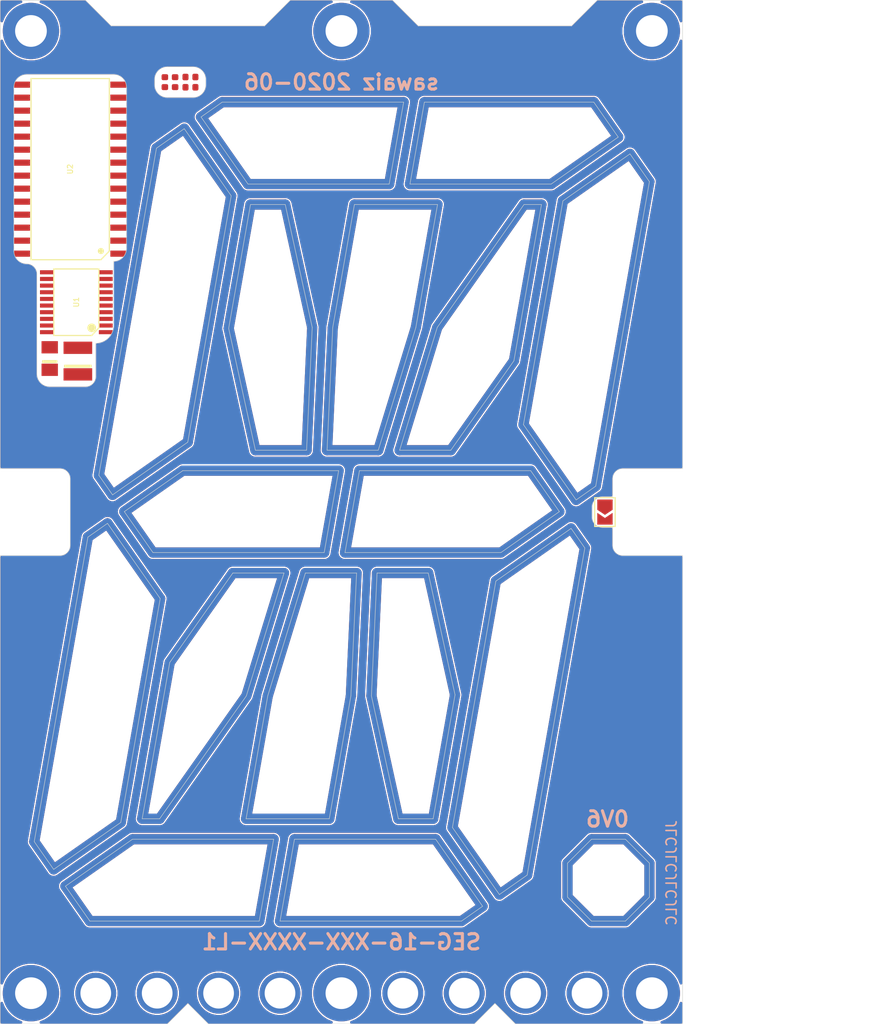
<source format=kicad_pcb>
(kicad_pcb (version 20171130) (host pcbnew "(5.1.2)-2")
  (layers (0 F.Cu signal) (31 B.Cu signal) (34 B.Paste user) (35 F.Paste user) (36 B.SilkS user) (37 F.SilkS user) (38 B.Mask user) (39 F.Mask user) (44 Edge.Cuts user))
  (net 0 "")
  (module Capacitor_SMD:C_0402_1005Metric (layer F.Cu) (at -14.75 -42.5)
    (fp_text reference C6 hide)
    (fp_text value 0u1)
    (pad 2 smd roundrect (at 0.485 0) (size 0.59 0.64) (layers F.Cu F.Paste F.Mask))
    (pad 1 smd roundrect (at -0.485 0) (size 0.59 0.64) (layers F.Cu F.Paste F.Mask))
  )
  (module Capacitor_SMD:C_0402_1005Metric (layer F.Cu) (at -14.75 -41.5)
    (fp_text reference C5 hide)
    (fp_text value 1u)
    (pad 2 smd roundrect (at 0.485 0) (size 0.59 0.64) (layers F.Cu F.Paste F.Mask))
    (pad 1 smd roundrect (at -0.485 0) (size 0.59 0.64) (layers F.Cu F.Paste F.Mask))
  )
  (module Resistor_SMD:R_0402_1005Metric (layer F.Cu) (at -16.25 -42 270)
    (fp_text reference R2 hide)
    (fp_text value 10k)
    (pad 2 smd roundrect (at 0.485 0 270) (size 0.59 0.64) (layers F.Cu F.Paste F.Mask))
    (pad 1 smd roundrect (at -0.485 0 270) (size 0.59 0.64) (layers F.Cu F.Paste F.Mask))
  )
  (module Resistor_SMD:R_0402_1005Metric (layer F.Cu) (at -17.25 -42 270)
    (fp_text reference R1 hide)
    (fp_text value 10k)
    (pad 2 smd roundrect (at 0.485 0 270) (size 0.59 0.64) (layers F.Cu F.Paste F.Mask))
    (pad 1 smd roundrect (at -0.485 0 270) (size 0.59 0.64) (layers F.Cu F.Paste F.Mask))
  )
  (module Jumper:SolderJumper-2_P1.3mm_Open_TrianglePad1.0x1.5mm (layer F.Cu) (at 25.75 0 270)
    (fp_text reference JP1 hide)
    (fp_text value END)
    (fp_line (start -1.4 -1) (end 1.4 -1) (layer F.SilkS) (width 0.12))
    (fp_line (start 1.4 -1) (end 1.4 1) (layer F.SilkS) (width 0.12))
    (fp_line (start 1.4 1) (end -1.4 1) (layer F.SilkS) (width 0.12))
    (fp_line (start -1.4 1) (end -1.4 -1) (layer F.SilkS) (width 0.12))
    (pad 1 smd custom (at -0.725 0 270) (size 0.3 0.3) (layers F.Cu F.Mask) (options (clearance outline) (anchor rect)) (primitives (gr_poly (pts (xy -0.5 -0.75) (xy 0.5 -0.75) (xy 1 0) (xy 0.5 0.75) (xy -0.5 0.75)) (width 0))))
    (pad 2 smd custom (at 0.725 0 270) (size 0.3 0.3) (layers F.Cu F.Mask) (options (clearance outline) (anchor rect)) (primitives (gr_poly (pts (xy -0.65 -0.75) (xy 0.5 -0.75) (xy 0.5 0.75) (xy -0.65 0.75) (xy -0.15 0)) (width 0))))
  )
  (module PTH-UL:PTH-UL-3.0mm (layer F.Cu) (at -24 47)
    (fp_text reference H7 hide)
    (fp_text value 3mm hide)
    (pad 1 thru_hole circle (at 0 0) (size 4 4) (drill 3) (layers *.Cu *.Mask))
  )
  (module PTH-UL:PTH-UL-3.0mm (layer F.Cu) (at 24 47)
    (fp_text reference H8 hide)
    (fp_text value 3mm hide)
    (pad 1 thru_hole circle (at 0 0) (size 4 4) (drill 3) (layers *.Cu *.Mask))
  )
  (module PTH-UL:PTH-UL-3.0mm (layer F.Cu) (at -18 47)
    (fp_text reference H9 hide)
    (fp_text value 3mm hide)
    (pad 1 thru_hole circle (at 0 0) (size 4 4) (drill 3) (layers *.Cu *.Mask))
  )
  (module PTH-UL:PTH-UL-3.0mm (layer F.Cu) (at 18 47)
    (fp_text reference H10 hide)
    (fp_text value 3mm hide)
    (pad 1 thru_hole circle (at 0 0) (size 4 4) (drill 3) (layers *.Cu *.Mask))
  )
  (module PTH-UL:PTH-UL-3.0mm (layer F.Cu) (at -12 47)
    (fp_text reference H11 hide)
    (fp_text value 3mm hide)
    (pad 1 thru_hole circle (at 0 0) (size 4 4) (drill 3) (layers *.Cu *.Mask))
  )
  (module PTH-UL:PTH-UL-3.0mm (layer F.Cu) (at 12 47)
    (fp_text reference H12 hide)
    (fp_text value 3mm hide)
    (pad 1 thru_hole circle (at 0 0) (size 4 4) (drill 3) (layers *.Cu *.Mask))
  )
  (module PTH-UL:PTH-UL-3.0mm (layer F.Cu) (at -6 47)
    (fp_text reference H13 hide)
    (fp_text value 3mm hide)
    (pad 1 thru_hole circle (at 0 0) (size 4 4) (drill 3) (layers *.Cu *.Mask))
  )
  (module PTH-UL:PTH-UL-3.0mm (layer F.Cu) (at 6 47)
    (fp_text reference H14 hide)
    (fp_text value 3mm hide)
    (pad 1 thru_hole circle (at 0 0) (size 4 4) (drill 3) (layers *.Cu *.Mask))
  )
  (module M3:M3-3.1-Tented (layer F.Cu) (at -30.3333 -47)
    (fp_text reference H1 hide)
    (fp_text value M3)
    (pad 1 thru_hole circle (at 0 0) (size 5.5 5.5) (drill 3.1) (layers *.Cu))
  )
  (module M3:M3-3.1-Tented (layer F.Cu) (at 0 -47)
    (fp_text reference H2 hide)
    (fp_text value M3)
    (pad 1 thru_hole circle (at 0 0) (size 5.5 5.5) (drill 3.1) (layers *.Cu))
  )
  (module M3:M3-3.1-Tented (layer F.Cu) (at 30.3333 -47)
    (fp_text reference H3 hide)
    (fp_text value M3)
    (pad 1 thru_hole circle (at 0 0) (size 5.5 5.5) (drill 3.1) (layers *.Cu))
  )
  (module M3:M3-3.1-Tented (layer F.Cu) (at -30.3333 47)
    (fp_text reference H4 hide)
    (fp_text value M3)
    (pad 1 thru_hole circle (at 0 0) (size 5.5 5.5) (drill 3.1) (layers *.Cu))
  )
  (module M3:M3-3.1-Tented (layer F.Cu) (at 0 47)
    (fp_text reference H5 hide)
    (fp_text value M3)
    (pad 1 thru_hole circle (at 0 0) (size 5.5 5.5) (drill 3.1) (layers *.Cu))
  )
  (module M3:M3-3.1-Tented (layer F.Cu) (at 30.3333 47)
    (fp_text reference H6 hide)
    (fp_text value M3)
    (pad 1 thru_hole circle (at 0 0) (size 5.5 5.5) (drill 3.1) (layers *.Cu))
  )
  (module TM1640:SOP28-17.7x7.65 (layer F.Cu) (at -26.5 -33.5 90)
    (fp_text reference U2 (at 0 0 270) (layer F.SilkS) (effects (font (size 0.5 0.5) (thickness 0.1))))
    (fp_text value TM1640)
    (fp_line (start 8.85 3.825) (end 8.85 -3.825) (layer F.SilkS) (width 0.12))
    (fp_line (start 8.85 -3.825) (end -8.85 -3.825) (layer F.SilkS) (width 0.12))
    (fp_line (start -8.85 -3.825) (end -8.85 3) (layer F.SilkS) (width 0.12))
    (fp_line (start -8 3.825) (end 8.85 3.825) (layer F.SilkS) (width 0.12))
    (fp_line (start -8 3.825) (end -8.85 3) (layer F.SilkS) (width 0.12))
    (fp_circle (center -8 3) (end -7.85 3) (layer F.SilkS) (width 0.3))
    (pad 1 smd rect (at -8.255 4.725 90) (size 0.6 1.6) (layers F.Cu F.Paste F.Mask))
    (pad 2 smd rect (at -6.985 4.725 90) (size 0.6 1.6) (layers F.Cu F.Paste F.Mask))
    (pad 3 smd rect (at -5.715 4.725 90) (size 0.6 1.6) (layers F.Cu F.Paste F.Mask))
    (pad 4 smd rect (at -4.445 4.725 90) (size 0.6 1.6) (layers F.Cu F.Paste F.Mask))
    (pad 5 smd rect (at -3.175 4.725 90) (size 0.6 1.6) (layers F.Cu F.Paste F.Mask))
    (pad 6 smd rect (at -1.905 4.725 90) (size 0.6 1.6) (layers F.Cu F.Paste F.Mask))
    (pad 7 smd rect (at -0.635 4.725 90) (size 0.6 1.6) (layers F.Cu F.Paste F.Mask))
    (pad 8 smd rect (at 0.635 4.725 90) (size 0.6 1.6) (layers F.Cu F.Paste F.Mask))
    (pad 10 smd rect (at 3.175 4.725 90) (size 0.6 1.6) (layers F.Cu F.Paste F.Mask))
    (pad 9 smd rect (at 1.905 4.725 90) (size 0.6 1.6) (layers F.Cu F.Paste F.Mask))
    (pad 11 smd rect (at 4.445 4.725 90) (size 0.6 1.6) (layers F.Cu F.Paste F.Mask))
    (pad 12 smd rect (at 5.715 4.725 90) (size 0.6 1.6) (layers F.Cu F.Paste F.Mask))
    (pad 13 smd rect (at 6.985 4.725 90) (size 0.6 1.6) (layers F.Cu F.Paste F.Mask))
    (pad 14 smd rect (at 8.255 4.725 90) (size 0.6 1.6) (layers F.Cu F.Paste F.Mask))
    (pad 15 smd rect (at 8.255 -4.725 90) (size 0.6 1.6) (layers F.Cu F.Paste F.Mask))
    (pad 16 smd rect (at 6.985 -4.725 90) (size 0.6 1.6) (layers F.Cu F.Paste F.Mask))
    (pad 17 smd rect (at 5.715 -4.725 90) (size 0.6 1.6) (layers F.Cu F.Paste F.Mask))
    (pad 18 smd rect (at 4.445 -4.725 90) (size 0.6 1.6) (layers F.Cu F.Paste F.Mask))
    (pad 19 smd rect (at 3.175 -4.725 90) (size 0.6 1.6) (layers F.Cu F.Paste F.Mask))
    (pad 20 smd rect (at 1.905 -4.725 90) (size 0.6 1.6) (layers F.Cu F.Paste F.Mask))
    (pad 21 smd rect (at 0.635 -4.725 90) (size 0.6 1.6) (layers F.Cu F.Paste F.Mask))
    (pad 22 smd rect (at -0.635 -4.725 90) (size 0.6 1.6) (layers F.Cu F.Paste F.Mask))
    (pad 23 smd rect (at -1.905 -4.725 90) (size 0.6 1.6) (layers F.Cu F.Paste F.Mask))
    (pad 24 smd rect (at -3.175 -4.725 90) (size 0.6 1.6) (layers F.Cu F.Paste F.Mask))
    (pad 25 smd rect (at -4.445 -4.725 90) (size 0.6 1.6) (layers F.Cu F.Paste F.Mask))
    (pad 26 smd rect (at -5.715 -4.725 90) (size 0.6 1.6) (layers F.Cu F.Paste F.Mask))
    (pad 27 smd rect (at -6.985 -4.725 90) (size 0.6 1.6) (layers F.Cu F.Paste F.Mask))
    (pad 28 smd rect (at -8.255 -4.725 90) (size 0.6 1.6) (layers F.Cu F.Paste F.Mask))
  )
  (module STM8S003:STM8S003-TSSOP20-6.5x6.4mm (layer F.Cu) (at -25.9 -20.5 90)
    (fp_text reference U1 (at 0 0 90) (layer F.SilkS) (effects (font (size 0.5 0.5) (thickness 0.1))))
    (fp_text value STM8S003)
    (fp_line (start -2.5 2.2) (end -3.25 1.5) (layer F.SilkS) (width 0.12))
    (fp_line (start -2.5 2.2) (end 3.25 2.2) (layer F.SilkS) (width 0.12))
    (fp_line (start -3.25 -2.2) (end -3.25 1.5) (layer F.SilkS) (width 0.12))
    (fp_line (start 3.25 -2.2) (end -3.25 -2.2) (layer F.SilkS) (width 0.12))
    (fp_line (start 3.25 2.2) (end 3.25 -2.2) (layer F.SilkS) (width 0.12))
    (fp_circle (center -2.5 1.5) (end -2.48 1.5) (layer F.SilkS) (width 0.4))
    (pad 20 smd rect (at -2.925 -2.875 90) (size 0.4 1.35) (layers F.Cu F.Paste F.Mask))
    (pad 19 smd rect (at -2.275 -2.875 90) (size 0.4 1.35) (layers F.Cu F.Paste F.Mask))
    (pad 18 smd rect (at -1.625 -2.875 90) (size 0.4 1.35) (layers F.Cu F.Paste F.Mask))
    (pad 17 smd rect (at -0.975 -2.875 90) (size 0.4 1.35) (layers F.Cu F.Paste F.Mask))
    (pad 16 smd rect (at -0.325 -2.875 90) (size 0.4 1.35) (layers F.Cu F.Paste F.Mask))
    (pad 15 smd rect (at 0.325 -2.875 90) (size 0.4 1.35) (layers F.Cu F.Paste F.Mask))
    (pad 14 smd rect (at 0.975 -2.875 90) (size 0.4 1.35) (layers F.Cu F.Paste F.Mask))
    (pad 13 smd rect (at 1.625 -2.875 90) (size 0.4 1.35) (layers F.Cu F.Paste F.Mask))
    (pad 12 smd rect (at 2.275 -2.875 90) (size 0.4 1.35) (layers F.Cu F.Paste F.Mask))
    (pad 11 smd rect (at 2.925 -2.875 90) (size 0.4 1.35) (layers F.Cu F.Paste F.Mask))
    (pad 10 smd rect (at 2.925 2.875 90) (size 0.4 1.35) (layers F.Cu F.Paste F.Mask))
    (pad 9 smd rect (at 2.275 2.875 90) (size 0.4 1.35) (layers F.Cu F.Paste F.Mask))
    (pad 8 smd rect (at 1.625 2.875 90) (size 0.4 1.35) (layers F.Cu F.Paste F.Mask))
    (pad 7 smd rect (at 0.975 2.875 90) (size 0.4 1.35) (layers F.Cu F.Paste F.Mask))
    (pad 6 smd rect (at 0.325 2.875 90) (size 0.4 1.35) (layers F.Cu F.Paste F.Mask))
    (pad 5 smd rect (at -0.325 2.875 90) (size 0.4 1.35) (layers F.Cu F.Paste F.Mask))
    (pad 4 smd rect (at -0.975 2.875 90) (size 0.4 1.35) (layers F.Cu F.Paste F.Mask))
    (pad 3 smd rect (at -1.625 2.875 90) (size 0.4 1.35) (layers F.Cu F.Paste F.Mask))
    (pad 2 smd rect (at -2.275 2.875 90) (size 0.4 1.35) (layers F.Cu F.Paste F.Mask))
    (pad 1 smd rect (at -2.925 2.875 90) (size 0.4 1.35) (layers F.Cu F.Paste F.Mask))
  )
  (module TAJB107K006RNJ:TAJB (layer F.Cu) (at -25.75 -14.75 270)
    (fp_text reference C1 hide)
    (fp_text value 100u)
    (fp_poly (pts (xy 0.6 -1.3) (xy 0.6 1.3) (xy 0.4 1.3) (xy 0.4 -1.3)) (layer F.SilkS) (width 0.1))
    (pad 1 smd rect (at 1.3 0 90) (size 1.2 2.8) (layers F.Cu F.Paste F.Mask))
    (pad 2 smd rect (at -1.3 0 90) (size 1.2 2.8) (layers F.Cu F.Paste F.Mask))
  )
  (module TAJA106K016RNJ:TAJA (layer F.Cu) (at -28.5 -15 270)
    (fp_text reference C2 hide)
    (fp_text value 10u)
    (fp_poly (pts (xy 0.2 -0.7) (xy 0.2 0.7) (xy 0.4 0.7) (xy 0.4 -0.7)) (layer F.SilkS) (width 0.1))
    (pad 1 smd rect (at 1.1 0 90) (size 1.2 1.6) (layers F.Cu F.Paste F.Mask))
    (pad 2 smd rect (at -1.1 0 90) (size 1.2 1.6) (layers F.Cu F.Paste F.Mask))
  )
  (gr_text "sawaiz 2020-06" (at 0 -42) (layer B.SilkS) (effects (font (size 1.5 1.5) (thickness 0.3)) (justify mirror)))
  (gr_text SEG-16-XXX-XXXX-L1 (at 0 42) (layer B.SilkS) (effects (font (size 1.5 1.5) (thickness 0.3)) (justify mirror)))
  (gr_text JLCJLCJLCJLC (at 32.25 35.25 90) (layer B.SilkS) (effects (font (size 1 1)) (justify mirror)))
  (gr_text 0V6 (at 26 30) (layer B.SilkS) (effects (font (size 1.5 1.5) (thickness 0.3)) (justify mirror)))
  (gr_line (start 26.5 -1.5) (end 26.5 -3.25) (layer Edge.Cuts) (width 0.05))
  (gr_line (start 24.5 0.5) (end 24.5 -0.5) (layer Edge.Cuts) (width 0.05))
  (gr_arc (start 25.5 0.5) (end 24.5 0.5) (angle -90) (layer Edge.Cuts) (width 0.05))
  (gr_arc (start 25.5 -0.5) (end 25.5 -1.5) (angle -90) (layer Edge.Cuts) (width 0.05))
  (gr_line (start 26.5 1.5) (end 25.5 1.5) (layer Edge.Cuts) (width 0.05))
  (gr_line (start 26.5 -1.5) (end 25.5 -1.5) (layer Edge.Cuts) (width 0.05))
  (gr_line (start -22.5 -47.5) (end -7.5 -47.5) (layer Edge.Cuts) (width 0.05))
  (gr_line (start -25 -50) (end -22.5 -47.5) (layer Edge.Cuts) (width 0.05))
  (gr_line (start -25 -50) (end -33.333 -50) (layer Edge.Cuts) (width 0.05))
  (gr_line (start -33.3333 -4.25) (end -33.3333 -50) (layer Edge.Cuts) (width 0.05))
  (gr_line (start -27.5 -4.25) (end -33.3333 -4.25) (layer Edge.Cuts) (width 0.05))
  (gr_arc (start -27.5 -3.25) (end -26.5 -3.25) (angle -90) (layer Edge.Cuts) (width 0.05))
  (gr_line (start -26.5 3.25) (end -26.5 -3.25) (layer Edge.Cuts) (width 0.05))
  (gr_arc (start -27.5 3.25) (end -27.5 4.25) (angle -90) (layer Edge.Cuts) (width 0.05))
  (gr_line (start -33.3333 4.25) (end -27.5 4.25) (layer Edge.Cuts) (width 0.05))
  (gr_line (start -33.3333 50) (end -33.3333 4.25) (layer Edge.Cuts) (width 0.05))
  (gr_line (start -33.3333 50) (end -17 50) (layer Edge.Cuts) (width 0.05))
  (gr_line (start -15 48) (end -17 50) (layer Edge.Cuts) (width 0.05))
  (gr_line (start -13 50) (end -15 48) (layer Edge.Cuts) (width 0.05))
  (gr_line (start 13 50) (end -13 50) (layer Edge.Cuts) (width 0.05))
  (gr_line (start 15 48) (end 13 50) (layer Edge.Cuts) (width 0.05))
  (gr_line (start 17 50) (end 15 48) (layer Edge.Cuts) (width 0.05))
  (gr_line (start 33.3333 50) (end 17 50) (layer Edge.Cuts) (width 0.05))
  (gr_line (start 33.3333 50) (end 33.3333 4.25) (layer Edge.Cuts) (width 0.05))
  (gr_line (start 27.5 4.25) (end 33.3333 4.25) (layer Edge.Cuts) (width 0.05))
  (gr_arc (start 27.5 3.25) (end 26.5 3.25) (angle -90) (layer Edge.Cuts) (width 0.05))
  (gr_line (start 26.5 1.5) (end 26.5 3.25) (layer Edge.Cuts) (width 0.05))
  (gr_arc (start 27.5 -3.25) (end 27.5 -4.25) (angle -90) (layer Edge.Cuts) (width 0.05))
  (gr_line (start 33.3333 -4.25) (end 27.5 -4.25) (layer Edge.Cuts) (width 0.05))
  (gr_line (start 33.3333 -4.25) (end 33.3333 -50) (layer Edge.Cuts) (width 0.05))
  (gr_line (start 25 -50) (end 33.3333 -50) (layer Edge.Cuts) (width 0.05))
  (gr_line (start 22.5 -47.5) (end 25 -50) (layer Edge.Cuts) (width 0.05))
  (gr_line (start 7.5 -47.5) (end 22.5 -47.5) (layer Edge.Cuts) (width 0.05))
  (gr_line (start 5 -50) (end 7.5 -47.5) (layer Edge.Cuts) (width 0.05))
  (gr_line (start -5 -50) (end 5 -50) (layer Edge.Cuts) (width 0.05))
  (gr_line (start -7.5 -47.5) (end -5 -50) (layer Edge.Cuts) (width 0.05))
  (gr_arc (start -25 -13.25) (end -25 -12.25) (angle -90) (layer Edge.Cuts) (width 0.05))
  (gr_arc (start -28.5 -13.5) (end -29.75 -13.5) (angle -90) (layer Edge.Cuts) (width 0.05))
  (gr_arc (start -14.5 -41.75) (end -14.5 -40.5) (angle -90) (layer Edge.Cuts) (width 0.05))
  (gr_arc (start -17 -41.75) (end -18.25 -41.75) (angle -90) (layer Edge.Cuts) (width 0.05))
  (gr_arc (start -17 -42.25) (end -17 -43.5) (angle -90) (layer Edge.Cuts) (width 0.05))
  (gr_arc (start -14.5 -42.25) (end -13.25 -42.25) (angle -90) (layer Edge.Cuts) (width 0.05))
  (gr_arc (start -30.75 -23.25) (end -29.75 -23.25) (angle -90) (layer Edge.Cuts) (width 0.05))
  (gr_arc (start -30.75 -25.5) (end -32 -25.5) (angle -90) (layer Edge.Cuts) (width 0.05))
  (gr_arc (start -30.75 -41.5) (end -30.75 -42.75) (angle -90) (layer Edge.Cuts) (width 0.05))
  (gr_arc (start -22.25 -41.5) (end -21 -41.5) (angle -90) (layer Edge.Cuts) (width 0.05))
  (gr_arc (start -22.25 -25.75) (end -22.25 -24.5) (angle -90) (layer Edge.Cuts) (width 0.05))
  (gr_arc (start -24 -18.25) (end -24 -16.5) (angle -90) (layer Edge.Cuts) (width 0.05))
  (gr_line (start 24.4383 31.9587) (end 27.7495 31.9587) (layer Edge.Cuts) (width 0.05))
  (gr_line (start 27.7495 31.9587) (end 30.0951 34.2973) (layer Edge.Cuts) (width 0.05))
  (gr_line (start 22.0927 34.2973) (end 24.4383 31.9587) (layer Edge.Cuts) (width 0.05))
  (gr_line (start -4.5874 31.9587) (end 9.2082 31.9587) (layer Edge.Cuts) (width 0.05))
  (gr_line (start 27.7495 39.9555) (end 24.4383 39.9555) (layer Edge.Cuts) (width 0.05))
  (gr_line (start -13.7155 -38.5956) (end -11.6513 -40.0451) (layer Edge.Cuts) (width 0.05))
  (gr_line (start 30.0951 37.6156) (end 27.7495 39.9555) (layer Edge.Cuts) (width 0.05))
  (gr_line (start -9.1281 -32.0441) (end -13.7155 -38.5956) (layer Edge.Cuts) (width 0.05))
  (gr_line (start 30.0951 34.2973) (end 30.0951 37.6156) (layer Edge.Cuts) (width 0.05))
  (gr_line (start 24.4383 39.9555) (end 22.0927 37.6156) (layer Edge.Cuts) (width 0.05))
  (gr_line (start 11.7327 39.9555) (end -5.9944 39.9555) (layer Edge.Cuts) (width 0.05))
  (gr_line (start 22.0927 37.6156) (end 22.0927 34.2973) (layer Edge.Cuts) (width 0.05))
  (gr_line (start -5.9944 39.9555) (end -4.5874 31.9587) (layer Edge.Cuts) (width 0.05))
  (gr_line (start 13.7957 38.5099) (end 11.7327 39.9555) (layer Edge.Cuts) (width 0.05))
  (gr_line (start 9.2082 31.9587) (end 13.7957 38.5099) (layer Edge.Cuts) (width 0.05))
  (gr_line (start -1.185 29.9592) (end -9.3127 29.9592) (layer Edge.Cuts) (width 0.05))
  (gr_line (start -9.3127 29.9592) (end -7.1961 17.9565) (layer Edge.Cuts) (width 0.05))
  (gr_line (start 0.9261 17.9565) (end -1.185 29.9592) (layer Edge.Cuts) (width 0.05))
  (gr_line (start -7.1961 17.9565) (end -3.5181 5.955) (layer Edge.Cuts) (width 0.05))
  (gr_line (start -22.8547 1.1032) (end -17.705 8.4534) (layer Edge.Cuts) (width 0.05))
  (gr_line (start -18.0702 -35.5472) (end -15.3554 -37.4518) (layer Edge.Cuts) (width 0.05))
  (gr_line (start -15.4987 -4.0452) (end -0.2686 -4.0452) (layer Edge.Cuts) (width 0.05))
  (gr_line (start -18.4146 3.9554) (end -21.2134 -0.0447) (layer Edge.Cuts) (width 0.05))
  (gr_line (start -8.4032 -6.0405) (end -11.016 -17.9468) (layer Edge.Cuts) (width 0.05))
  (gr_line (start 18.4947 -4.0452) (end 21.295 -0.0447) (layer Edge.Cuts) (width 0.05))
  (gr_line (start 3.4822 5.955) (end 8.4832 5.955) (layer Edge.Cuts) (width 0.05))
  (gr_line (start 22.4426 1.595) (end 23.7864 3.5106) (layer Edge.Cuts) (width 0.05))
  (gr_line (start 30.0951 -32.2759) (end 24.8503 -2.5321) (layer Edge.Cuts) (width 0.05))
  (gr_line (start 15.4368 37.362) (end 10.8479 30.8108) (layer Edge.Cuts) (width 0.05))
  (gr_line (start -15.0123 -6.829) (end -22.3613 -1.6805) (layer Edge.Cuts) (width 0.05))
  (gr_line (start -30.0136 32.1916) (end -24.77018 2.4466) (layer Edge.Cuts) (width 0.05))
  (gr_line (start 17.8389 -30.0435) (end 19.5474 -30.0435) (layer Edge.Cuts) (width 0.05))
  (gr_line (start 9.3666 -18.042) (end 17.8389 -30.0435) (layer Edge.Cuts) (width 0.05))
  (gr_line (start 5.6885 -6.0405) (end 9.3666 -18.042) (layer Edge.Cuts) (width 0.05))
  (gr_line (start 10.6895 -6.0405) (end 5.6885 -6.0405) (layer Edge.Cuts) (width 0.05))
  (gr_line (start 16.855 -14.7774) (end 10.6895 -6.0405) (layer Edge.Cuts) (width 0.05))
  (gr_line (start 19.5474 -30.0435) (end 16.855 -14.7774) (layer Edge.Cuts) (width 0.05))
  (gr_line (start 0.3501 3.9554) (end 1.7626 -4.0452) (layer Edge.Cuts) (width 0.05))
  (gr_line (start 8.4832 5.955) (end 11.1029 17.8559) (layer Edge.Cuts) (width 0.05))
  (gr_line (start -0.2686 -4.0452) (end -1.6825 3.9554) (layer Edge.Cuts) (width 0.05))
  (gr_line (start 5.5675 29.9592) (end 2.9326 17.9579) (layer Edge.Cuts) (width 0.05))
  (gr_line (start 1.2706 -30.0435) (end 9.3927 -30.0435) (layer Edge.Cuts) (width 0.05))
  (gr_line (start -24.77018 2.4466) (end -22.8547 1.1032) (layer Edge.Cuts) (width 0.05))
  (gr_line (start 22.9348 -1.1874) (end 17.7863 -8.5431) (layer Edge.Cuts) (width 0.05))
  (gr_line (start -21.2134 -0.0447) (end -15.4987 -4.0452) (layer Edge.Cuts) (width 0.05))
  (gr_line (start 21.295 -0.0447) (end 15.5843 3.9554) (layer Edge.Cuts) (width 0.05))
  (gr_line (start -28.11466 34.9063) (end -30.0136 32.1916) (layer Edge.Cuts) (width 0.05))
  (gr_line (start -17.705 8.4534) (end -21.558 30.3188) (layer Edge.Cuts) (width 0.05))
  (gr_line (start -23.70081 -3.5961) (end -18.0702 -35.5472) (layer Edge.Cuts) (width 0.05))
  (gr_line (start 15.5843 3.9554) (end 0.3501 3.9554) (layer Edge.Cuts) (width 0.05))
  (gr_line (start -11.016 -17.9468) (end -8.8841 -30.0435) (layer Edge.Cuts) (width 0.05))
  (gr_line (start 23.7864 3.5106) (end 18.1514 35.4617) (layer Edge.Cuts) (width 0.05))
  (gr_line (start 24.8503 -2.5321) (end 22.9348 -1.1874) (layer Edge.Cuts) (width 0.05))
  (gr_line (start 10.8479 30.8108) (end 15.0925 6.7434) (layer Edge.Cuts) (width 0.05))
  (gr_line (start -15.3554 -37.4518) (end -10.7679 -30.8951) (layer Edge.Cuts) (width 0.05))
  (gr_line (start 15.0925 6.7434) (end 22.4426 1.595) (layer Edge.Cuts) (width 0.05))
  (gr_line (start -1.6825 3.9554) (end -18.4146 3.9554) (layer Edge.Cuts) (width 0.05))
  (gr_line (start 1.7626 -4.0452) (end 18.4947 -4.0452) (layer Edge.Cuts) (width 0.05))
  (gr_line (start 21.6436 -30.403) (end 28.1947 -34.9919) (layer Edge.Cuts) (width 0.05))
  (gr_line (start -10.7679 -30.8951) (end -15.0123 -6.829) (layer Edge.Cuts) (width 0.05))
  (gr_line (start -8.8841 -30.0435) (end -5.4873 -30.0435) (layer Edge.Cuts) (width 0.05))
  (gr_line (start 3.5994 -6.0405) (end -1.4014 -6.0405) (layer Edge.Cuts) (width 0.05))
  (gr_line (start 18.1514 35.4617) (end 15.4368 37.362) (layer Edge.Cuts) (width 0.05))
  (gr_line (start -21.558 30.3188) (end -28.11466 34.9063) (layer Edge.Cuts) (width 0.05))
  (gr_line (start 2.9326 17.9579) (end 3.4822 5.955) (layer Edge.Cuts) (width 0.05))
  (gr_line (start 17.7863 -8.5431) (end 21.6436 -30.403) (layer Edge.Cuts) (width 0.05))
  (gr_line (start 8.9641 29.9592) (end 5.5675 29.9592) (layer Edge.Cuts) (width 0.05))
  (gr_line (start 11.1029 17.8559) (end 8.9641 29.9592) (layer Edge.Cuts) (width 0.05))
  (gr_line (start -3.4023 -6.0405) (end -8.4032 -6.0405) (layer Edge.Cuts) (width 0.05))
  (gr_line (start -3.5181 5.955) (end 1.4828 5.955) (layer Edge.Cuts) (width 0.05))
  (gr_line (start -0.8461 -18.042) (end 1.2706 -30.0435) (layer Edge.Cuts) (width 0.05))
  (gr_line (start 9.3927 -30.0435) (end 7.276 -18.042) (layer Edge.Cuts) (width 0.05))
  (gr_line (start -22.3613 -1.6805) (end -23.70081 -3.5961) (layer Edge.Cuts) (width 0.05))
  (gr_line (start -1.4014 -6.0405) (end -0.8461 -18.042) (layer Edge.Cuts) (width 0.05))
  (gr_line (start 28.1947 -34.9919) (end 30.0951 -32.2759) (layer Edge.Cuts) (width 0.05))
  (gr_line (start -2.8511 -18.042) (end -3.4023 -6.0405) (layer Edge.Cuts) (width 0.05))
  (gr_line (start -5.4873 -30.0435) (end -2.8511 -18.042) (layer Edge.Cuts) (width 0.05))
  (gr_line (start 1.4828 5.955) (end 0.9261 17.9565) (layer Edge.Cuts) (width 0.05))
  (gr_line (start 7.276 -18.042) (end 3.5994 -6.0405) (layer Edge.Cuts) (width 0.05))
  (gr_line (start -19.4675 29.9592) (end -16.7734 14.6919) (layer Edge.Cuts) (width 0.05))
  (gr_line (start -8.027 39.9555) (end -24.57863 39.9555) (layer Edge.Cuts) (width 0.05))
  (gr_line (start -17.7587 29.9592) (end -19.4675 29.9592) (layer Edge.Cuts) (width 0.05))
  (gr_line (start -6.6186 31.9587) (end -8.027 39.9555) (layer Edge.Cuts) (width 0.05))
  (gr_line (start -20.4142 31.9587) (end -6.6186 31.9587) (layer Edge.Cuts) (width 0.05))
  (gr_line (start 24.6602 -40.0451) (end 27.0467 -36.6316) (layer Edge.Cuts) (width 0.05))
  (gr_line (start 8.1072 -40.0451) (end 24.6602 -40.0451) (layer Edge.Cuts) (width 0.05))
  (gr_line (start 6.6999 -32.0441) (end 8.1072 -40.0451) (layer Edge.Cuts) (width 0.05))
  (gr_line (start -9.2865 17.9565) (end -17.7587 29.9592) (layer Edge.Cuts) (width 0.05))
  (gr_line (start -10.6094 5.955) (end -5.6086 5.955) (layer Edge.Cuts) (width 0.05))
  (gr_line (start -5.6086 5.955) (end -9.2865 17.9565) (layer Edge.Cuts) (width 0.05))
  (gr_line (start 4.6676 -32.0441) (end -9.1281 -32.0441) (layer Edge.Cuts) (width 0.05))
  (gr_line (start 6.0815 -40.0451) (end 4.6676 -32.0441) (layer Edge.Cuts) (width 0.05))
  (gr_line (start -11.6513 -40.0451) (end 6.0815 -40.0451) (layer Edge.Cuts) (width 0.05))
  (gr_line (start -26.96538 36.5462) (end -20.4142 31.9587) (layer Edge.Cuts) (width 0.05))
  (gr_line (start 27.0467 -36.6316) (end 20.4956 -32.0441) (layer Edge.Cuts) (width 0.05))
  (gr_line (start 20.4956 -32.0441) (end 6.6999 -32.0441) (layer Edge.Cuts) (width 0.05))
  (gr_line (start -16.7734 14.6919) (end -10.6094 5.955) (layer Edge.Cuts) (width 0.05))
  (gr_line (start -24.57863 39.9555) (end -26.96538 36.5462) (layer Edge.Cuts) (width 0.05))
  (gr_line (start -14.5 -43.5) (end -17 -43.5) (layer Edge.Cuts) (width 0.05))
  (gr_line (start -13.25 -41.75) (end -13.25 -42.25) (layer Edge.Cuts) (width 0.05))
  (gr_line (start -17 -40.5) (end -14.5 -40.5) (layer Edge.Cuts) (width 0.05))
  (gr_line (start -18.25 -42.25) (end -18.25 -41.75) (layer Edge.Cuts) (width 0.05))
  (gr_line (start -28.5 -12.25) (end -25 -12.25) (layer Edge.Cuts) (width 0.05))
  (gr_line (start -24 -13.25) (end -24 -16.5) (layer Edge.Cuts) (width 0.05))
  (gr_line (start -22.25 -42.75) (end -30.75 -42.75) (layer Edge.Cuts) (width 0.05))
  (gr_line (start -21 -25.75) (end -21 -41.5) (layer Edge.Cuts) (width 0.05))
  (gr_line (start -22.25 -18.25) (end -22.25 -24.5) (layer Edge.Cuts) (width 0.05))
  (gr_line (start -29.75 -23.25) (end -29.75 -13.5) (layer Edge.Cuts) (width 0.05))
  (gr_line (start -32 -41.5) (end -32 -25.5) (layer Edge.Cuts) (width 0.05))
  (gr_line (start -5.6086 5.955) (end -9.2865 17.9565) (layer F.Cu) (width 1))
  (gr_line (start -10.6094 5.955) (end -5.6086 5.955) (layer F.Cu) (width 1))
  (gr_line (start -9.2865 17.9565) (end -17.7587 29.9592) (layer F.Cu) (width 1))
  (gr_line (start 6.6999 -32.0441) (end 8.1072 -40.0451) (layer F.Cu) (width 1))
  (gr_line (start 8.1072 -40.0451) (end 24.6602 -40.0451) (layer F.Cu) (width 1))
  (gr_line (start 24.6602 -40.0451) (end 27.0467 -36.6316) (layer F.Cu) (width 1))
  (gr_line (start -19.4675 29.9592) (end -16.7734 14.6919) (layer F.Cu) (width 1))
  (gr_line (start 17.7863 -8.5431) (end 21.6436 -30.403) (layer F.Cu) (width 1))
  (gr_line (start 11.1029 17.8559) (end 8.9641 29.9592) (layer F.Cu) (width 1))
  (gr_line (start -0.8461 -18.042) (end 1.2706 -30.0435) (layer F.Cu) (width 1))
  (gr_line (start -20.4142 31.9587) (end -6.6186 31.9587) (layer F.Cu) (width 1))
  (gr_line (start 2.9326 17.9579) (end 3.4822 5.955) (layer F.Cu) (width 1))
  (gr_line (start -6.6186 31.9587) (end -8.027 39.9555) (layer F.Cu) (width 1))
  (gr_line (start -17.7587 29.9592) (end -19.4675 29.9592) (layer F.Cu) (width 1))
  (gr_line (start -8.027 39.9555) (end -24.57863 39.9555) (layer F.Cu) (width 1))
  (gr_line (start 7.276 -18.042) (end 3.5994 -6.0405) (layer F.Cu) (width 1))
  (gr_line (start -2.8511 -18.042) (end -3.4023 -6.0405) (layer F.Cu) (width 1))
  (gr_line (start 18.1514 35.4617) (end 15.4368 37.362) (layer F.Cu) (width 1))
  (gr_line (start 1.4828 5.955) (end 0.9261 17.9565) (layer F.Cu) (width 1))
  (gr_line (start -5.4873 -30.0435) (end -2.8511 -18.042) (layer F.Cu) (width 1))
  (gr_line (start 28.1947 -34.9919) (end 30.0951 -32.2759) (layer F.Cu) (width 1))
  (gr_line (start -1.4014 -6.0405) (end -0.8461 -18.042) (layer F.Cu) (width 1))
  (gr_line (start -22.3613 -1.6805) (end -23.70081 -3.5961) (layer F.Cu) (width 1))
  (gr_line (start -3.5181 5.955) (end 1.4828 5.955) (layer F.Cu) (width 1))
  (gr_line (start -21.558 30.3188) (end -28.11466 34.9063) (layer F.Cu) (width 1))
  (gr_line (start 9.3927 -30.0435) (end 7.276 -18.042) (layer F.Cu) (width 1))
  (gr_line (start 8.9641 29.9592) (end 5.5675 29.9592) (layer F.Cu) (width 1))
  (gr_line (start -3.4023 -6.0405) (end -8.4032 -6.0405) (layer F.Cu) (width 1))
  (gr_line (start 15.5843 3.9554) (end 0.3501 3.9554) (layer F.Cu) (width 1))
  (gr_line (start -24.77018 2.4466) (end -22.8547 1.1032) (layer F.Cu) (width 1))
  (gr_line (start -23.70081 -3.5961) (end -18.0702 -35.5472) (layer F.Cu) (width 1))
  (gr_line (start -28.11466 34.9063) (end -30.0136 32.1916) (layer F.Cu) (width 1))
  (gr_line (start 13.7957 38.5099) (end 11.7327 39.9555) (layer F.Cu) (width 1))
  (gr_line (start -4.5874 31.9587) (end 9.2082 31.9587) (layer F.Cu) (width 1))
  (gr_line (start -7.1961 17.9565) (end -3.5181 5.955) (layer F.Cu) (width 1))
  (gr_line (start 21.295 -0.0447) (end 15.5843 3.9554) (layer F.Cu) (width 1))
  (gr_line (start 5.5675 29.9592) (end 2.9326 17.9579) (layer F.Cu) (width 1))
  (gr_line (start 19.5474 -30.0435) (end 16.855 -14.7774) (layer F.Cu) (width 1))
  (gr_line (start 9.3666 -18.042) (end 17.8389 -30.0435) (layer F.Cu) (width 1))
  (gr_line (start 8.4832 5.955) (end 11.1029 17.8559) (layer F.Cu) (width 1))
  (gr_line (start 30.0951 34.2973) (end 30.0951 37.6156) (layer F.Cu) (width 1))
  (gr_line (start 22.0927 34.2973) (end 24.4383 31.9587) (layer F.Cu) (width 1))
  (gr_line (start -30.0136 32.1916) (end -24.77018 2.4466) (layer F.Cu) (width 1))
  (gr_line (start 30.0951 37.6156) (end 27.7495 39.9555) (layer F.Cu) (width 1))
  (gr_line (start 0.3501 3.9554) (end 1.7626 -4.0452) (layer F.Cu) (width 1))
  (gr_line (start 10.6895 -6.0405) (end 5.6885 -6.0405) (layer F.Cu) (width 1))
  (gr_line (start 5.6885 -6.0405) (end 9.3666 -18.042) (layer F.Cu) (width 1))
  (gr_line (start 11.7327 39.9555) (end -5.9944 39.9555) (layer F.Cu) (width 1))
  (gr_line (start 17.8389 -30.0435) (end 19.5474 -30.0435) (layer F.Cu) (width 1))
  (gr_line (start 15.4368 37.362) (end 10.8479 30.8108) (layer F.Cu) (width 1))
  (gr_line (start 30.0951 -32.2759) (end 24.8503 -2.5321) (layer F.Cu) (width 1))
  (gr_line (start -8.4032 -6.0405) (end -11.016 -17.9468) (layer F.Cu) (width 1))
  (gr_line (start 24.4383 31.9587) (end 27.7495 31.9587) (layer F.Cu) (width 1))
  (gr_line (start -5.9944 39.9555) (end -4.5874 31.9587) (layer F.Cu) (width 1))
  (gr_line (start 22.4426 1.595) (end 23.7864 3.5106) (layer F.Cu) (width 1))
  (gr_line (start -18.0702 -35.5472) (end -15.3554 -37.4518) (layer F.Cu) (width 1))
  (gr_line (start 3.4822 5.955) (end 8.4832 5.955) (layer F.Cu) (width 1))
  (gr_line (start -15.4987 -4.0452) (end -0.2686 -4.0452) (layer F.Cu) (width 1))
  (gr_line (start 22.0927 37.6156) (end 22.0927 34.2973) (layer F.Cu) (width 1))
  (gr_line (start -18.4146 3.9554) (end -21.2134 -0.0447) (layer F.Cu) (width 1))
  (gr_line (start 0.9261 17.9565) (end -1.185 29.9592) (layer F.Cu) (width 1))
  (gr_line (start -9.3127 29.9592) (end -7.1961 17.9565) (layer F.Cu) (width 1))
  (gr_line (start -13.7155 -38.5956) (end -11.6513 -40.0451) (layer F.Cu) (width 1))
  (gr_line (start 24.4383 39.9555) (end 22.0927 37.6156) (layer F.Cu) (width 1))
  (gr_line (start 27.7495 31.9587) (end 30.0951 34.2973) (layer F.Cu) (width 1))
  (gr_line (start -9.1281 -32.0441) (end -13.7155 -38.5956) (layer F.Cu) (width 1))
  (gr_line (start 9.2082 31.9587) (end 13.7957 38.5099) (layer F.Cu) (width 1))
  (gr_line (start -1.185 29.9592) (end -9.3127 29.9592) (layer F.Cu) (width 1))
  (gr_line (start 27.7495 39.9555) (end 24.4383 39.9555) (layer F.Cu) (width 1))
  (gr_line (start -21.2134 -0.0447) (end -15.4987 -4.0452) (layer F.Cu) (width 1))
  (gr_line (start -15.0123 -6.829) (end -22.3613 -1.6805) (layer F.Cu) (width 1))
  (gr_line (start -1.6825 3.9554) (end -18.4146 3.9554) (layer F.Cu) (width 1))
  (gr_line (start 18.4947 -4.0452) (end 21.295 -0.0447) (layer F.Cu) (width 1))
  (gr_line (start 16.855 -14.7774) (end 10.6895 -6.0405) (layer F.Cu) (width 1))
  (gr_line (start 10.8479 30.8108) (end 15.0925 6.7434) (layer F.Cu) (width 1))
  (gr_line (start 3.5994 -6.0405) (end -1.4014 -6.0405) (layer F.Cu) (width 1))
  (gr_line (start -17.705 8.4534) (end -21.558 30.3188) (layer F.Cu) (width 1))
  (gr_line (start -22.8547 1.1032) (end -17.705 8.4534) (layer F.Cu) (width 1))
  (gr_line (start 23.7864 3.5106) (end 18.1514 35.4617) (layer F.Cu) (width 1))
  (gr_line (start -8.8841 -30.0435) (end -5.4873 -30.0435) (layer F.Cu) (width 1))
  (gr_line (start 1.2706 -30.0435) (end 9.3927 -30.0435) (layer F.Cu) (width 1))
  (gr_line (start -10.7679 -30.8951) (end -15.0123 -6.829) (layer F.Cu) (width 1))
  (gr_line (start 21.6436 -30.403) (end 28.1947 -34.9919) (layer F.Cu) (width 1))
  (gr_line (start 1.7626 -4.0452) (end 18.4947 -4.0452) (layer F.Cu) (width 1))
  (gr_line (start 15.0925 6.7434) (end 22.4426 1.595) (layer F.Cu) (width 1))
  (gr_line (start -15.3554 -37.4518) (end -10.7679 -30.8951) (layer F.Cu) (width 1))
  (gr_line (start -0.2686 -4.0452) (end -1.6825 3.9554) (layer F.Cu) (width 1))
  (gr_line (start 24.8503 -2.5321) (end 22.9348 -1.1874) (layer F.Cu) (width 1))
  (gr_line (start 22.9348 -1.1874) (end 17.7863 -8.5431) (layer F.Cu) (width 1))
  (gr_line (start -11.016 -17.9468) (end -8.8841 -30.0435) (layer F.Cu) (width 1))
  (gr_line (start 6.0815 -40.0451) (end 4.6676 -32.0441) (layer F.Cu) (width 1))
  (gr_line (start 4.6676 -32.0441) (end -9.1281 -32.0441) (layer F.Cu) (width 1))
  (gr_line (start 20.4956 -32.0441) (end 6.6999 -32.0441) (layer F.Cu) (width 1))
  (gr_line (start 27.0467 -36.6316) (end 20.4956 -32.0441) (layer F.Cu) (width 1))
  (gr_line (start -16.7734 14.6919) (end -10.6094 5.955) (layer F.Cu) (width 1))
  (gr_line (start -26.96538 36.5462) (end -20.4142 31.9587) (layer F.Cu) (width 1))
  (gr_line (start -24.57863 39.9555) (end -26.96538 36.5462) (layer F.Cu) (width 1))
  (gr_line (start -11.6513 -40.0451) (end 6.0815 -40.0451) (layer F.Cu) (width 1))
  (gr_line (start -5.6086 5.955) (end -9.2865 17.9565) (layer B.Cu) (width 1))
  (gr_line (start -10.6094 5.955) (end -5.6086 5.955) (layer B.Cu) (width 1))
  (gr_line (start -9.2865 17.9565) (end -17.7587 29.9592) (layer B.Cu) (width 1))
  (gr_line (start 6.6999 -32.0441) (end 8.1072 -40.0451) (layer B.Cu) (width 1))
  (gr_line (start 8.1072 -40.0451) (end 24.6602 -40.0451) (layer B.Cu) (width 1))
  (gr_line (start 24.6602 -40.0451) (end 27.0467 -36.6316) (layer B.Cu) (width 1))
  (gr_line (start -19.4675 29.9592) (end -16.7734 14.6919) (layer B.Cu) (width 1))
  (gr_line (start 17.7863 -8.5431) (end 21.6436 -30.403) (layer B.Cu) (width 1))
  (gr_line (start 11.1029 17.8559) (end 8.9641 29.9592) (layer B.Cu) (width 1))
  (gr_line (start -0.8461 -18.042) (end 1.2706 -30.0435) (layer B.Cu) (width 1))
  (gr_line (start -20.4142 31.9587) (end -6.6186 31.9587) (layer B.Cu) (width 1))
  (gr_line (start 2.9326 17.9579) (end 3.4822 5.955) (layer B.Cu) (width 1))
  (gr_line (start -6.6186 31.9587) (end -8.027 39.9555) (layer B.Cu) (width 1))
  (gr_line (start -17.7587 29.9592) (end -19.4675 29.9592) (layer B.Cu) (width 1))
  (gr_line (start -8.027 39.9555) (end -24.57863 39.9555) (layer B.Cu) (width 1))
  (gr_line (start 7.276 -18.042) (end 3.5994 -6.0405) (layer B.Cu) (width 1))
  (gr_line (start -2.8511 -18.042) (end -3.4023 -6.0405) (layer B.Cu) (width 1))
  (gr_line (start 18.1514 35.4617) (end 15.4368 37.362) (layer B.Cu) (width 1))
  (gr_line (start 1.4828 5.955) (end 0.9261 17.9565) (layer B.Cu) (width 1))
  (gr_line (start -5.4873 -30.0435) (end -2.8511 -18.042) (layer B.Cu) (width 1))
  (gr_line (start 28.1947 -34.9919) (end 30.0951 -32.2759) (layer B.Cu) (width 1))
  (gr_line (start -1.4014 -6.0405) (end -0.8461 -18.042) (layer B.Cu) (width 1))
  (gr_line (start -22.3613 -1.6805) (end -23.70081 -3.5961) (layer B.Cu) (width 1))
  (gr_line (start -3.5181 5.955) (end 1.4828 5.955) (layer B.Cu) (width 1))
  (gr_line (start -21.558 30.3188) (end -28.11466 34.9063) (layer B.Cu) (width 1))
  (gr_line (start 9.3927 -30.0435) (end 7.276 -18.042) (layer B.Cu) (width 1))
  (gr_line (start 8.9641 29.9592) (end 5.5675 29.9592) (layer B.Cu) (width 1))
  (gr_line (start -3.4023 -6.0405) (end -8.4032 -6.0405) (layer B.Cu) (width 1))
  (gr_line (start 15.5843 3.9554) (end 0.3501 3.9554) (layer B.Cu) (width 1))
  (gr_line (start -24.77018 2.4466) (end -22.8547 1.1032) (layer B.Cu) (width 1))
  (gr_line (start -23.70081 -3.5961) (end -18.0702 -35.5472) (layer B.Cu) (width 1))
  (gr_line (start -28.11466 34.9063) (end -30.0136 32.1916) (layer B.Cu) (width 1))
  (gr_line (start 13.7957 38.5099) (end 11.7327 39.9555) (layer B.Cu) (width 1))
  (gr_line (start -4.5874 31.9587) (end 9.2082 31.9587) (layer B.Cu) (width 1))
  (gr_line (start -7.1961 17.9565) (end -3.5181 5.955) (layer B.Cu) (width 1))
  (gr_line (start 21.295 -0.0447) (end 15.5843 3.9554) (layer B.Cu) (width 1))
  (gr_line (start 5.5675 29.9592) (end 2.9326 17.9579) (layer B.Cu) (width 1))
  (gr_line (start 19.5474 -30.0435) (end 16.855 -14.7774) (layer B.Cu) (width 1))
  (gr_line (start 9.3666 -18.042) (end 17.8389 -30.0435) (layer B.Cu) (width 1))
  (gr_line (start 8.4832 5.955) (end 11.1029 17.8559) (layer B.Cu) (width 1))
  (gr_line (start 30.0951 34.2973) (end 30.0951 37.6156) (layer B.Cu) (width 1))
  (gr_line (start 22.0927 34.2973) (end 24.4383 31.9587) (layer B.Cu) (width 1))
  (gr_line (start -30.0136 32.1916) (end -24.77018 2.4466) (layer B.Cu) (width 1))
  (gr_line (start 30.0951 37.6156) (end 27.7495 39.9555) (layer B.Cu) (width 1))
  (gr_line (start 0.3501 3.9554) (end 1.7626 -4.0452) (layer B.Cu) (width 1))
  (gr_line (start 10.6895 -6.0405) (end 5.6885 -6.0405) (layer B.Cu) (width 1))
  (gr_line (start 5.6885 -6.0405) (end 9.3666 -18.042) (layer B.Cu) (width 1))
  (gr_line (start 11.7327 39.9555) (end -5.9944 39.9555) (layer B.Cu) (width 1))
  (gr_line (start 17.8389 -30.0435) (end 19.5474 -30.0435) (layer B.Cu) (width 1))
  (gr_line (start 15.4368 37.362) (end 10.8479 30.8108) (layer B.Cu) (width 1))
  (gr_line (start 30.0951 -32.2759) (end 24.8503 -2.5321) (layer B.Cu) (width 1))
  (gr_line (start -8.4032 -6.0405) (end -11.016 -17.9468) (layer B.Cu) (width 1))
  (gr_line (start 24.4383 31.9587) (end 27.7495 31.9587) (layer B.Cu) (width 1))
  (gr_line (start -5.9944 39.9555) (end -4.5874 31.9587) (layer B.Cu) (width 1))
  (gr_line (start 22.4426 1.595) (end 23.7864 3.5106) (layer B.Cu) (width 1))
  (gr_line (start -18.0702 -35.5472) (end -15.3554 -37.4518) (layer B.Cu) (width 1))
  (gr_line (start 3.4822 5.955) (end 8.4832 5.955) (layer B.Cu) (width 1))
  (gr_line (start -15.4987 -4.0452) (end -0.2686 -4.0452) (layer B.Cu) (width 1))
  (gr_line (start 22.0927 37.6156) (end 22.0927 34.2973) (layer B.Cu) (width 1))
  (gr_line (start -18.4146 3.9554) (end -21.2134 -0.0447) (layer B.Cu) (width 1))
  (gr_line (start 0.9261 17.9565) (end -1.185 29.9592) (layer B.Cu) (width 1))
  (gr_line (start -9.3127 29.9592) (end -7.1961 17.9565) (layer B.Cu) (width 1))
  (gr_line (start -13.7155 -38.5956) (end -11.6513 -40.0451) (layer B.Cu) (width 1))
  (gr_line (start 24.4383 39.9555) (end 22.0927 37.6156) (layer B.Cu) (width 1))
  (gr_line (start 27.7495 31.9587) (end 30.0951 34.2973) (layer B.Cu) (width 1))
  (gr_line (start -9.1281 -32.0441) (end -13.7155 -38.5956) (layer B.Cu) (width 1))
  (gr_line (start 9.2082 31.9587) (end 13.7957 38.5099) (layer B.Cu) (width 1))
  (gr_line (start -1.185 29.9592) (end -9.3127 29.9592) (layer B.Cu) (width 1))
  (gr_line (start 27.7495 39.9555) (end 24.4383 39.9555) (layer B.Cu) (width 1))
  (gr_line (start -21.2134 -0.0447) (end -15.4987 -4.0452) (layer B.Cu) (width 1))
  (gr_line (start -15.0123 -6.829) (end -22.3613 -1.6805) (layer B.Cu) (width 1))
  (gr_line (start -1.6825 3.9554) (end -18.4146 3.9554) (layer B.Cu) (width 1))
  (gr_line (start 18.4947 -4.0452) (end 21.295 -0.0447) (layer B.Cu) (width 1))
  (gr_line (start 16.855 -14.7774) (end 10.6895 -6.0405) (layer B.Cu) (width 1))
  (gr_line (start 10.8479 30.8108) (end 15.0925 6.7434) (layer B.Cu) (width 1))
  (gr_line (start 3.5994 -6.0405) (end -1.4014 -6.0405) (layer B.Cu) (width 1))
  (gr_line (start -17.705 8.4534) (end -21.558 30.3188) (layer B.Cu) (width 1))
  (gr_line (start -22.8547 1.1032) (end -17.705 8.4534) (layer B.Cu) (width 1))
  (gr_line (start 23.7864 3.5106) (end 18.1514 35.4617) (layer B.Cu) (width 1))
  (gr_line (start -8.8841 -30.0435) (end -5.4873 -30.0435) (layer B.Cu) (width 1))
  (gr_line (start 1.2706 -30.0435) (end 9.3927 -30.0435) (layer B.Cu) (width 1))
  (gr_line (start -10.7679 -30.8951) (end -15.0123 -6.829) (layer B.Cu) (width 1))
  (gr_line (start 21.6436 -30.403) (end 28.1947 -34.9919) (layer B.Cu) (width 1))
  (gr_line (start 1.7626 -4.0452) (end 18.4947 -4.0452) (layer B.Cu) (width 1))
  (gr_line (start 15.0925 6.7434) (end 22.4426 1.595) (layer B.Cu) (width 1))
  (gr_line (start -15.3554 -37.4518) (end -10.7679 -30.8951) (layer B.Cu) (width 1))
  (gr_line (start -0.2686 -4.0452) (end -1.6825 3.9554) (layer B.Cu) (width 1))
  (gr_line (start 24.8503 -2.5321) (end 22.9348 -1.1874) (layer B.Cu) (width 1))
  (gr_line (start 22.9348 -1.1874) (end 17.7863 -8.5431) (layer B.Cu) (width 1))
  (gr_line (start -11.016 -17.9468) (end -8.8841 -30.0435) (layer B.Cu) (width 1))
  (gr_line (start 6.0815 -40.0451) (end 4.6676 -32.0441) (layer B.Cu) (width 1))
  (gr_line (start 4.6676 -32.0441) (end -9.1281 -32.0441) (layer B.Cu) (width 1))
  (gr_line (start 20.4956 -32.0441) (end 6.6999 -32.0441) (layer B.Cu) (width 1))
  (gr_line (start 27.0467 -36.6316) (end 20.4956 -32.0441) (layer B.Cu) (width 1))
  (gr_line (start -16.7734 14.6919) (end -10.6094 5.955) (layer B.Cu) (width 1))
  (gr_line (start -26.96538 36.5462) (end -20.4142 31.9587) (layer B.Cu) (width 1))
  (gr_line (start -24.57863 39.9555) (end -26.96538 36.5462) (layer B.Cu) (width 1))
  (gr_line (start -11.6513 -40.0451) (end 6.0815 -40.0451) (layer B.Cu) (width 1))
  (zone (net 0) (net_name "") (layer F.Cu) (connect_pads (clearance 0)) (min_thickness 0.254) (fill yes (arc_segments 32) (thermal_gap 0.508) (thermal_bridge_width 0.508))
    (polygon (pts (xy 33.3333 50) (xy -33.3333 50) (xy -33.3333 -50) (xy 33.3333 -50)))
  )
  (zone (net 0) (net_name "") (layer B.Cu) (connect_pads (clearance 0)) (min_thickness 0.254) (fill yes (arc_segments 32) (thermal_gap 0.508) (thermal_bridge_width 0.508))
    (polygon (pts (xy 33.33 50) (xy -33.3366 50) (xy -33.3366 -50) (xy 33.33 -50)))
  )
)
</source>
